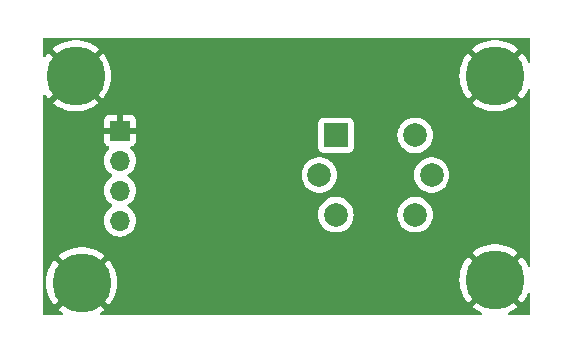
<source format=gbr>
%TF.GenerationSoftware,KiCad,Pcbnew,8.0.3*%
%TF.CreationDate,2025-01-02T17:18:04+01:00*%
%TF.ProjectId,mq7adapter,6d713761-6461-4707-9465-722e6b696361,rev?*%
%TF.SameCoordinates,Original*%
%TF.FileFunction,Copper,L2,Bot*%
%TF.FilePolarity,Positive*%
%FSLAX46Y46*%
G04 Gerber Fmt 4.6, Leading zero omitted, Abs format (unit mm)*
G04 Created by KiCad (PCBNEW 8.0.3) date 2025-01-02 17:18:04*
%MOMM*%
%LPD*%
G01*
G04 APERTURE LIST*
%TA.AperFunction,ComponentPad*%
%ADD10R,1.700000X1.700000*%
%TD*%
%TA.AperFunction,ComponentPad*%
%ADD11O,1.700000X1.700000*%
%TD*%
%TA.AperFunction,ComponentPad*%
%ADD12C,5.000000*%
%TD*%
%TA.AperFunction,ComponentPad*%
%ADD13R,2.000000X2.000000*%
%TD*%
%TA.AperFunction,ComponentPad*%
%ADD14C,2.000000*%
%TD*%
G04 APERTURE END LIST*
D10*
%TO.P,J1,1,Pin_1*%
%TO.N,GND*%
X102000000Y-63380000D03*
D11*
%TO.P,J1,2,Pin_2*%
%TO.N,+5V*%
X102000000Y-65920000D03*
%TO.P,J1,3,Pin_3*%
%TO.N,HEAT*%
X102000000Y-68460000D03*
%TO.P,J1,4,Pin_4*%
%TO.N,AOUT*%
X102000000Y-71000000D03*
%TD*%
D12*
%TO.P,H1,1,1*%
%TO.N,GND*%
X98250000Y-58750000D03*
%TD*%
%TO.P,H3,1,1*%
%TO.N,GND*%
X133750000Y-76000000D03*
%TD*%
%TO.P,H4,1,1*%
%TO.N,GND*%
X98750000Y-76250000D03*
%TD*%
D13*
%TO.P,U1,1,B1*%
%TO.N,Net-(U1-B1)*%
X120280000Y-63780000D03*
D14*
%TO.P,U1,2,VH+*%
%TO.N,+5V*%
X118890000Y-67140000D03*
%TO.P,U1,3,B2*%
%TO.N,Net-(U1-B1)*%
X120280000Y-70500000D03*
%TO.P,U1,4,A2*%
%TO.N,+5V*%
X127000000Y-70500000D03*
%TO.P,U1,5,VH-*%
%TO.N,Net-(Q1-D)*%
X128390000Y-67140000D03*
%TO.P,U1,6,A1*%
%TO.N,+5V*%
X127000000Y-63780000D03*
%TD*%
D12*
%TO.P,H2,1,1*%
%TO.N,GND*%
X133750000Y-58750000D03*
%TD*%
%TA.AperFunction,Conductor*%
%TO.N,GND*%
G36*
X136692539Y-55520185D02*
G01*
X136738294Y-55572989D01*
X136749500Y-55624500D01*
X136749500Y-57528858D01*
X136729815Y-57595897D01*
X136677011Y-57641652D01*
X136607853Y-57651596D01*
X136544297Y-57622571D01*
X136511641Y-57577972D01*
X136435444Y-57401329D01*
X136435438Y-57401316D01*
X136260710Y-57098677D01*
X136052032Y-56818374D01*
X136043850Y-56809702D01*
X134793678Y-58059873D01*
X134703446Y-57935680D01*
X134564320Y-57796554D01*
X134440125Y-57706320D01*
X135687180Y-56459265D01*
X135687179Y-56459264D01*
X135544519Y-56339557D01*
X135252538Y-56147519D01*
X134940260Y-55990685D01*
X134940254Y-55990683D01*
X134611869Y-55871161D01*
X134611866Y-55871160D01*
X134271828Y-55790570D01*
X133924723Y-55750000D01*
X133575277Y-55750000D01*
X133228172Y-55790570D01*
X133228170Y-55790570D01*
X132888133Y-55871160D01*
X132888130Y-55871161D01*
X132559745Y-55990683D01*
X132559739Y-55990685D01*
X132247461Y-56147519D01*
X131955480Y-56339557D01*
X131812819Y-56459264D01*
X131812818Y-56459265D01*
X133059874Y-57706320D01*
X132935680Y-57796554D01*
X132796554Y-57935680D01*
X132706320Y-58059873D01*
X131456148Y-56809701D01*
X131456147Y-56809702D01*
X131447976Y-56818363D01*
X131447972Y-56818368D01*
X131239289Y-57098677D01*
X131064561Y-57401316D01*
X131064555Y-57401329D01*
X130926145Y-57722199D01*
X130825916Y-58056988D01*
X130825914Y-58056997D01*
X130765236Y-58401119D01*
X130765235Y-58401130D01*
X130744916Y-58749996D01*
X130744916Y-58750003D01*
X130765235Y-59098869D01*
X130765236Y-59098880D01*
X130825914Y-59443002D01*
X130825916Y-59443011D01*
X130926145Y-59777800D01*
X131064555Y-60098670D01*
X131064561Y-60098683D01*
X131239289Y-60401322D01*
X131447967Y-60681625D01*
X131456148Y-60690296D01*
X132706319Y-59440124D01*
X132796554Y-59564320D01*
X132935680Y-59703446D01*
X133059873Y-59793678D01*
X131812818Y-61040733D01*
X131812819Y-61040734D01*
X131955484Y-61160445D01*
X132247461Y-61352480D01*
X132559739Y-61509314D01*
X132559745Y-61509316D01*
X132888130Y-61628838D01*
X132888133Y-61628839D01*
X133228171Y-61709429D01*
X133575276Y-61749999D01*
X133575277Y-61750000D01*
X133924723Y-61750000D01*
X133924723Y-61749999D01*
X134271827Y-61709429D01*
X134271829Y-61709429D01*
X134611866Y-61628839D01*
X134611869Y-61628838D01*
X134940254Y-61509316D01*
X134940260Y-61509314D01*
X135252538Y-61352480D01*
X135544509Y-61160449D01*
X135544510Y-61160448D01*
X135687179Y-61040734D01*
X135687180Y-61040733D01*
X134440126Y-59793678D01*
X134564320Y-59703446D01*
X134703446Y-59564320D01*
X134793679Y-59440126D01*
X136043850Y-60690297D01*
X136043851Y-60690296D01*
X136052022Y-60681636D01*
X136052033Y-60681623D01*
X136260710Y-60401322D01*
X136435438Y-60098683D01*
X136435444Y-60098670D01*
X136511641Y-59922027D01*
X136556269Y-59868267D01*
X136622877Y-59847169D01*
X136690318Y-59865431D01*
X136737179Y-59917255D01*
X136749500Y-59971141D01*
X136749500Y-74778858D01*
X136729815Y-74845897D01*
X136677011Y-74891652D01*
X136607853Y-74901596D01*
X136544297Y-74872571D01*
X136511641Y-74827972D01*
X136435444Y-74651329D01*
X136435438Y-74651316D01*
X136260710Y-74348677D01*
X136052032Y-74068374D01*
X136043850Y-74059702D01*
X134793678Y-75309873D01*
X134703446Y-75185680D01*
X134564320Y-75046554D01*
X134440125Y-74956320D01*
X135687180Y-73709265D01*
X135687179Y-73709264D01*
X135544519Y-73589557D01*
X135252538Y-73397519D01*
X134940260Y-73240685D01*
X134940254Y-73240683D01*
X134611869Y-73121161D01*
X134611866Y-73121160D01*
X134271828Y-73040570D01*
X133924723Y-73000000D01*
X133575277Y-73000000D01*
X133228172Y-73040570D01*
X133228170Y-73040570D01*
X132888133Y-73121160D01*
X132888130Y-73121161D01*
X132559745Y-73240683D01*
X132559739Y-73240685D01*
X132247461Y-73397519D01*
X131955480Y-73589557D01*
X131812819Y-73709264D01*
X131812818Y-73709265D01*
X133059874Y-74956320D01*
X132935680Y-75046554D01*
X132796554Y-75185680D01*
X132706320Y-75309873D01*
X131456148Y-74059701D01*
X131456147Y-74059702D01*
X131447976Y-74068363D01*
X131447972Y-74068368D01*
X131239289Y-74348677D01*
X131064561Y-74651316D01*
X131064555Y-74651329D01*
X130926145Y-74972199D01*
X130825916Y-75306988D01*
X130825914Y-75306997D01*
X130765236Y-75651119D01*
X130765235Y-75651130D01*
X130744916Y-75999996D01*
X130744916Y-76000003D01*
X130765235Y-76348869D01*
X130765236Y-76348880D01*
X130825914Y-76693002D01*
X130825916Y-76693011D01*
X130926145Y-77027800D01*
X131064555Y-77348670D01*
X131064561Y-77348683D01*
X131239289Y-77651322D01*
X131447967Y-77931625D01*
X131456148Y-77940296D01*
X132706319Y-76690124D01*
X132796554Y-76814320D01*
X132935680Y-76953446D01*
X133059873Y-77043678D01*
X131812818Y-78290733D01*
X131812819Y-78290734D01*
X131955484Y-78410445D01*
X132247461Y-78602480D01*
X132559739Y-78759314D01*
X132563057Y-78760745D01*
X132562612Y-78761774D01*
X132615079Y-78800404D01*
X132640015Y-78865673D01*
X132625705Y-78934062D01*
X132576694Y-78983857D01*
X132516405Y-78999500D01*
X100443197Y-78999500D01*
X100376158Y-78979815D01*
X100330403Y-78927011D01*
X100320459Y-78857853D01*
X100349484Y-78794297D01*
X100375058Y-78771899D01*
X100544509Y-78660449D01*
X100544510Y-78660448D01*
X100687179Y-78540734D01*
X100687180Y-78540733D01*
X99440126Y-77293678D01*
X99564320Y-77203446D01*
X99703446Y-77064320D01*
X99793678Y-76940126D01*
X101043849Y-78190297D01*
X101043851Y-78190296D01*
X101052022Y-78181636D01*
X101052033Y-78181623D01*
X101260710Y-77901322D01*
X101435438Y-77598683D01*
X101435444Y-77598670D01*
X101573854Y-77277800D01*
X101674083Y-76943011D01*
X101674085Y-76943002D01*
X101734763Y-76598880D01*
X101734764Y-76598869D01*
X101755084Y-76250003D01*
X101755084Y-76249996D01*
X101734764Y-75901130D01*
X101734763Y-75901119D01*
X101674085Y-75556997D01*
X101674083Y-75556988D01*
X101573854Y-75222199D01*
X101435444Y-74901329D01*
X101435438Y-74901316D01*
X101260710Y-74598677D01*
X101052032Y-74318374D01*
X101043850Y-74309702D01*
X99793678Y-75559873D01*
X99703446Y-75435680D01*
X99564320Y-75296554D01*
X99440125Y-75206320D01*
X100687180Y-73959265D01*
X100687179Y-73959264D01*
X100544519Y-73839557D01*
X100252538Y-73647519D01*
X99940260Y-73490685D01*
X99940254Y-73490683D01*
X99611869Y-73371161D01*
X99611866Y-73371160D01*
X99271828Y-73290570D01*
X98924723Y-73250000D01*
X98575277Y-73250000D01*
X98228172Y-73290570D01*
X98228170Y-73290570D01*
X97888133Y-73371160D01*
X97888130Y-73371161D01*
X97559745Y-73490683D01*
X97559739Y-73490685D01*
X97247461Y-73647519D01*
X96955480Y-73839557D01*
X96812819Y-73959264D01*
X96812818Y-73959265D01*
X98059874Y-75206320D01*
X97935680Y-75296554D01*
X97796554Y-75435680D01*
X97706320Y-75559873D01*
X96456148Y-74309701D01*
X96456147Y-74309702D01*
X96447976Y-74318363D01*
X96447972Y-74318368D01*
X96239289Y-74598677D01*
X96064561Y-74901316D01*
X96064555Y-74901329D01*
X95926145Y-75222199D01*
X95825916Y-75556988D01*
X95825914Y-75556997D01*
X95765236Y-75901119D01*
X95765235Y-75901130D01*
X95748290Y-76192067D01*
X95726303Y-76253483D01*
X95743477Y-76280207D01*
X95748290Y-76307932D01*
X95765235Y-76598869D01*
X95765236Y-76598880D01*
X95825914Y-76943002D01*
X95825916Y-76943011D01*
X95926145Y-77277800D01*
X96064555Y-77598670D01*
X96064561Y-77598683D01*
X96239289Y-77901322D01*
X96447967Y-78181625D01*
X96456148Y-78190296D01*
X97706319Y-76940124D01*
X97796554Y-77064320D01*
X97935680Y-77203446D01*
X98059873Y-77293678D01*
X96812818Y-78540733D01*
X96812819Y-78540734D01*
X96955484Y-78660445D01*
X97124942Y-78771899D01*
X97170136Y-78825184D01*
X97179347Y-78894444D01*
X97149652Y-78957689D01*
X97090478Y-78994840D01*
X97056803Y-78999500D01*
X95624500Y-78999500D01*
X95557461Y-78979815D01*
X95511706Y-78927011D01*
X95500500Y-78875500D01*
X95500500Y-76315142D01*
X95520185Y-76248103D01*
X95522460Y-76246130D01*
X95503693Y-76212815D01*
X95500500Y-76184857D01*
X95500500Y-65919999D01*
X100644341Y-65919999D01*
X100644341Y-65920000D01*
X100664936Y-66155403D01*
X100664938Y-66155413D01*
X100726094Y-66383655D01*
X100726096Y-66383659D01*
X100726097Y-66383663D01*
X100825965Y-66597830D01*
X100825967Y-66597834D01*
X100961501Y-66791395D01*
X100961506Y-66791402D01*
X101128597Y-66958493D01*
X101128603Y-66958498D01*
X101314158Y-67088425D01*
X101357783Y-67143002D01*
X101364977Y-67212500D01*
X101333454Y-67274855D01*
X101314158Y-67291575D01*
X101128597Y-67421505D01*
X100961505Y-67588597D01*
X100825965Y-67782169D01*
X100825964Y-67782171D01*
X100726098Y-67996335D01*
X100726094Y-67996344D01*
X100664938Y-68224586D01*
X100664936Y-68224596D01*
X100644341Y-68459999D01*
X100644341Y-68460000D01*
X100664936Y-68695403D01*
X100664938Y-68695413D01*
X100726094Y-68923655D01*
X100726096Y-68923659D01*
X100726097Y-68923663D01*
X100780546Y-69040429D01*
X100825965Y-69137830D01*
X100825967Y-69137834D01*
X100961501Y-69331395D01*
X100961506Y-69331402D01*
X101128597Y-69498493D01*
X101128603Y-69498498D01*
X101314158Y-69628425D01*
X101357783Y-69683002D01*
X101364977Y-69752500D01*
X101333454Y-69814855D01*
X101314158Y-69831575D01*
X101128597Y-69961505D01*
X100961505Y-70128597D01*
X100825965Y-70322169D01*
X100825964Y-70322171D01*
X100726098Y-70536335D01*
X100726094Y-70536344D01*
X100664938Y-70764586D01*
X100664936Y-70764596D01*
X100644341Y-70999999D01*
X100644341Y-71000000D01*
X100664936Y-71235403D01*
X100664938Y-71235413D01*
X100726094Y-71463655D01*
X100726096Y-71463659D01*
X100726097Y-71463663D01*
X100825965Y-71677830D01*
X100825967Y-71677834D01*
X100934281Y-71832521D01*
X100961505Y-71871401D01*
X101128599Y-72038495D01*
X101225384Y-72106265D01*
X101322165Y-72174032D01*
X101322167Y-72174033D01*
X101322170Y-72174035D01*
X101536337Y-72273903D01*
X101764592Y-72335063D01*
X101952918Y-72351539D01*
X101999999Y-72355659D01*
X102000000Y-72355659D01*
X102000001Y-72355659D01*
X102039234Y-72352226D01*
X102235408Y-72335063D01*
X102463663Y-72273903D01*
X102677830Y-72174035D01*
X102871401Y-72038495D01*
X103038495Y-71871401D01*
X103174035Y-71677830D01*
X103273903Y-71463663D01*
X103335063Y-71235408D01*
X103355659Y-71000000D01*
X103335063Y-70764592D01*
X103273903Y-70536337D01*
X103256956Y-70499994D01*
X118774357Y-70499994D01*
X118774357Y-70500005D01*
X118794890Y-70747812D01*
X118794892Y-70747824D01*
X118855936Y-70988881D01*
X118955826Y-71216606D01*
X119091833Y-71424782D01*
X119091836Y-71424785D01*
X119260256Y-71607738D01*
X119456491Y-71760474D01*
X119675190Y-71878828D01*
X119910386Y-71959571D01*
X120155665Y-72000500D01*
X120404335Y-72000500D01*
X120649614Y-71959571D01*
X120884810Y-71878828D01*
X121103509Y-71760474D01*
X121299744Y-71607738D01*
X121468164Y-71424785D01*
X121604173Y-71216607D01*
X121704063Y-70988881D01*
X121765108Y-70747821D01*
X121765109Y-70747812D01*
X121785643Y-70500005D01*
X121785643Y-70499994D01*
X125494357Y-70499994D01*
X125494357Y-70500005D01*
X125514890Y-70747812D01*
X125514892Y-70747824D01*
X125575936Y-70988881D01*
X125675826Y-71216606D01*
X125811833Y-71424782D01*
X125811836Y-71424785D01*
X125980256Y-71607738D01*
X126176491Y-71760474D01*
X126395190Y-71878828D01*
X126630386Y-71959571D01*
X126875665Y-72000500D01*
X127124335Y-72000500D01*
X127369614Y-71959571D01*
X127604810Y-71878828D01*
X127823509Y-71760474D01*
X128019744Y-71607738D01*
X128188164Y-71424785D01*
X128324173Y-71216607D01*
X128424063Y-70988881D01*
X128485108Y-70747821D01*
X128485109Y-70747812D01*
X128505643Y-70500005D01*
X128505643Y-70499994D01*
X128485109Y-70252187D01*
X128485107Y-70252175D01*
X128424063Y-70011118D01*
X128324173Y-69783393D01*
X128188166Y-69575217D01*
X128117536Y-69498493D01*
X128019744Y-69392262D01*
X127823509Y-69239526D01*
X127823507Y-69239525D01*
X127823506Y-69239524D01*
X127604811Y-69121172D01*
X127604802Y-69121169D01*
X127369616Y-69040429D01*
X127124335Y-68999500D01*
X126875665Y-68999500D01*
X126630383Y-69040429D01*
X126395197Y-69121169D01*
X126395188Y-69121172D01*
X126176493Y-69239524D01*
X125980257Y-69392261D01*
X125811833Y-69575217D01*
X125675826Y-69783393D01*
X125575936Y-70011118D01*
X125514892Y-70252175D01*
X125514890Y-70252187D01*
X125494357Y-70499994D01*
X121785643Y-70499994D01*
X121765109Y-70252187D01*
X121765107Y-70252175D01*
X121704063Y-70011118D01*
X121604173Y-69783393D01*
X121468166Y-69575217D01*
X121397536Y-69498493D01*
X121299744Y-69392262D01*
X121103509Y-69239526D01*
X121103507Y-69239525D01*
X121103506Y-69239524D01*
X120884811Y-69121172D01*
X120884802Y-69121169D01*
X120649616Y-69040429D01*
X120404335Y-68999500D01*
X120155665Y-68999500D01*
X119910383Y-69040429D01*
X119675197Y-69121169D01*
X119675188Y-69121172D01*
X119456493Y-69239524D01*
X119260257Y-69392261D01*
X119091833Y-69575217D01*
X118955826Y-69783393D01*
X118855936Y-70011118D01*
X118794892Y-70252175D01*
X118794890Y-70252187D01*
X118774357Y-70499994D01*
X103256956Y-70499994D01*
X103174035Y-70322171D01*
X103125027Y-70252179D01*
X103038494Y-70128597D01*
X102871402Y-69961506D01*
X102871396Y-69961501D01*
X102685842Y-69831575D01*
X102642217Y-69776998D01*
X102635023Y-69707500D01*
X102666546Y-69645145D01*
X102685842Y-69628425D01*
X102708026Y-69612891D01*
X102871401Y-69498495D01*
X103038495Y-69331401D01*
X103174035Y-69137830D01*
X103273903Y-68923663D01*
X103335063Y-68695408D01*
X103355659Y-68460000D01*
X103335063Y-68224592D01*
X103273903Y-67996337D01*
X103174035Y-67782171D01*
X103038495Y-67588599D01*
X103038494Y-67588597D01*
X102871402Y-67421506D01*
X102871396Y-67421501D01*
X102685842Y-67291575D01*
X102642217Y-67236998D01*
X102635023Y-67167500D01*
X102648928Y-67139994D01*
X117384357Y-67139994D01*
X117384357Y-67140005D01*
X117404890Y-67387812D01*
X117404892Y-67387824D01*
X117465936Y-67628881D01*
X117565826Y-67856606D01*
X117701833Y-68064782D01*
X117701836Y-68064785D01*
X117870256Y-68247738D01*
X118066491Y-68400474D01*
X118285190Y-68518828D01*
X118520386Y-68599571D01*
X118765665Y-68640500D01*
X119014335Y-68640500D01*
X119259614Y-68599571D01*
X119494810Y-68518828D01*
X119713509Y-68400474D01*
X119909744Y-68247738D01*
X120078164Y-68064785D01*
X120214173Y-67856607D01*
X120314063Y-67628881D01*
X120375108Y-67387821D01*
X120387606Y-67236998D01*
X120395643Y-67140005D01*
X120395643Y-67139994D01*
X126884357Y-67139994D01*
X126884357Y-67140005D01*
X126904890Y-67387812D01*
X126904892Y-67387824D01*
X126965936Y-67628881D01*
X127065826Y-67856606D01*
X127201833Y-68064782D01*
X127201836Y-68064785D01*
X127370256Y-68247738D01*
X127566491Y-68400474D01*
X127785190Y-68518828D01*
X128020386Y-68599571D01*
X128265665Y-68640500D01*
X128514335Y-68640500D01*
X128759614Y-68599571D01*
X128994810Y-68518828D01*
X129213509Y-68400474D01*
X129409744Y-68247738D01*
X129578164Y-68064785D01*
X129714173Y-67856607D01*
X129814063Y-67628881D01*
X129875108Y-67387821D01*
X129887606Y-67236998D01*
X129895643Y-67140005D01*
X129895643Y-67139994D01*
X129875109Y-66892187D01*
X129875107Y-66892175D01*
X129814063Y-66651118D01*
X129714173Y-66423393D01*
X129578166Y-66215217D01*
X129523103Y-66155403D01*
X129409744Y-66032262D01*
X129213509Y-65879526D01*
X129213507Y-65879525D01*
X129213506Y-65879524D01*
X128994811Y-65761172D01*
X128994802Y-65761169D01*
X128759616Y-65680429D01*
X128514335Y-65639500D01*
X128265665Y-65639500D01*
X128020383Y-65680429D01*
X127785197Y-65761169D01*
X127785188Y-65761172D01*
X127566493Y-65879524D01*
X127370257Y-66032261D01*
X127201833Y-66215217D01*
X127065826Y-66423393D01*
X126965936Y-66651118D01*
X126904892Y-66892175D01*
X126904890Y-66892187D01*
X126884357Y-67139994D01*
X120395643Y-67139994D01*
X120375109Y-66892187D01*
X120375107Y-66892175D01*
X120314063Y-66651118D01*
X120214173Y-66423393D01*
X120078166Y-66215217D01*
X120023103Y-66155403D01*
X119909744Y-66032262D01*
X119713509Y-65879526D01*
X119713507Y-65879525D01*
X119713506Y-65879524D01*
X119494811Y-65761172D01*
X119494802Y-65761169D01*
X119259616Y-65680429D01*
X119014335Y-65639500D01*
X118765665Y-65639500D01*
X118520383Y-65680429D01*
X118285197Y-65761169D01*
X118285188Y-65761172D01*
X118066493Y-65879524D01*
X117870257Y-66032261D01*
X117701833Y-66215217D01*
X117565826Y-66423393D01*
X117465936Y-66651118D01*
X117404892Y-66892175D01*
X117404890Y-66892187D01*
X117384357Y-67139994D01*
X102648928Y-67139994D01*
X102666546Y-67105145D01*
X102685842Y-67088425D01*
X102708026Y-67072891D01*
X102871401Y-66958495D01*
X103038495Y-66791401D01*
X103174035Y-66597830D01*
X103273903Y-66383663D01*
X103335063Y-66155408D01*
X103355659Y-65920000D01*
X103335063Y-65684592D01*
X103273903Y-65456337D01*
X103174035Y-65242171D01*
X103172214Y-65239571D01*
X103038496Y-65048600D01*
X103012224Y-65022328D01*
X102916179Y-64926283D01*
X102882696Y-64864963D01*
X102887680Y-64795271D01*
X102929551Y-64739337D01*
X102960529Y-64722422D01*
X103092086Y-64673354D01*
X103092093Y-64673350D01*
X103207187Y-64587190D01*
X103207190Y-64587187D01*
X103293350Y-64472093D01*
X103293354Y-64472086D01*
X103343596Y-64337379D01*
X103343598Y-64337372D01*
X103349999Y-64277844D01*
X103350000Y-64277827D01*
X103350000Y-63630000D01*
X102433012Y-63630000D01*
X102465925Y-63572993D01*
X102500000Y-63445826D01*
X102500000Y-63314174D01*
X102465925Y-63187007D01*
X102433012Y-63130000D01*
X103350000Y-63130000D01*
X103350000Y-62732135D01*
X118779500Y-62732135D01*
X118779500Y-64827870D01*
X118779501Y-64827876D01*
X118785908Y-64887483D01*
X118836202Y-65022328D01*
X118836206Y-65022335D01*
X118922452Y-65137544D01*
X118922455Y-65137547D01*
X119037664Y-65223793D01*
X119037671Y-65223797D01*
X119172517Y-65274091D01*
X119172516Y-65274091D01*
X119179444Y-65274835D01*
X119232127Y-65280500D01*
X121327872Y-65280499D01*
X121387483Y-65274091D01*
X121522331Y-65223796D01*
X121637546Y-65137546D01*
X121723796Y-65022331D01*
X121774091Y-64887483D01*
X121780500Y-64827873D01*
X121780499Y-63779994D01*
X125494357Y-63779994D01*
X125494357Y-63780005D01*
X125514890Y-64027812D01*
X125514892Y-64027824D01*
X125575936Y-64268881D01*
X125675826Y-64496606D01*
X125811833Y-64704782D01*
X125811836Y-64704785D01*
X125980256Y-64887738D01*
X126176491Y-65040474D01*
X126395190Y-65158828D01*
X126630386Y-65239571D01*
X126875665Y-65280500D01*
X127124335Y-65280500D01*
X127369614Y-65239571D01*
X127604810Y-65158828D01*
X127823509Y-65040474D01*
X128019744Y-64887738D01*
X128188164Y-64704785D01*
X128324173Y-64496607D01*
X128424063Y-64268881D01*
X128485108Y-64027821D01*
X128497357Y-63880000D01*
X128505643Y-63780005D01*
X128505643Y-63779994D01*
X128485109Y-63532187D01*
X128485107Y-63532175D01*
X128424063Y-63291118D01*
X128324173Y-63063393D01*
X128188166Y-62855217D01*
X128166557Y-62831744D01*
X128019744Y-62672262D01*
X127823509Y-62519526D01*
X127823507Y-62519525D01*
X127823506Y-62519524D01*
X127604811Y-62401172D01*
X127604802Y-62401169D01*
X127369616Y-62320429D01*
X127124335Y-62279500D01*
X126875665Y-62279500D01*
X126630383Y-62320429D01*
X126395197Y-62401169D01*
X126395188Y-62401172D01*
X126176493Y-62519524D01*
X125980257Y-62672261D01*
X125811833Y-62855217D01*
X125675826Y-63063393D01*
X125575936Y-63291118D01*
X125514892Y-63532175D01*
X125514890Y-63532187D01*
X125494357Y-63779994D01*
X121780499Y-63779994D01*
X121780499Y-62732128D01*
X121774091Y-62672517D01*
X121723796Y-62537669D01*
X121723795Y-62537668D01*
X121723793Y-62537664D01*
X121637547Y-62422455D01*
X121637544Y-62422452D01*
X121522335Y-62336206D01*
X121522328Y-62336202D01*
X121387482Y-62285908D01*
X121387483Y-62285908D01*
X121327883Y-62279501D01*
X121327881Y-62279500D01*
X121327873Y-62279500D01*
X121327864Y-62279500D01*
X119232129Y-62279500D01*
X119232123Y-62279501D01*
X119172516Y-62285908D01*
X119037671Y-62336202D01*
X119037664Y-62336206D01*
X118922455Y-62422452D01*
X118922452Y-62422455D01*
X118836206Y-62537664D01*
X118836202Y-62537671D01*
X118785908Y-62672517D01*
X118779501Y-62732116D01*
X118779501Y-62732123D01*
X118779500Y-62732135D01*
X103350000Y-62732135D01*
X103350000Y-62482172D01*
X103349999Y-62482155D01*
X103343598Y-62422627D01*
X103343596Y-62422620D01*
X103293354Y-62287913D01*
X103293350Y-62287906D01*
X103207190Y-62172812D01*
X103207187Y-62172809D01*
X103092093Y-62086649D01*
X103092086Y-62086645D01*
X102957379Y-62036403D01*
X102957372Y-62036401D01*
X102897844Y-62030000D01*
X102250000Y-62030000D01*
X102250000Y-62946988D01*
X102192993Y-62914075D01*
X102065826Y-62880000D01*
X101934174Y-62880000D01*
X101807007Y-62914075D01*
X101750000Y-62946988D01*
X101750000Y-62030000D01*
X101102155Y-62030000D01*
X101042627Y-62036401D01*
X101042620Y-62036403D01*
X100907913Y-62086645D01*
X100907906Y-62086649D01*
X100792812Y-62172809D01*
X100792809Y-62172812D01*
X100706649Y-62287906D01*
X100706645Y-62287913D01*
X100656403Y-62422620D01*
X100656401Y-62422627D01*
X100650000Y-62482155D01*
X100650000Y-63130000D01*
X101566988Y-63130000D01*
X101534075Y-63187007D01*
X101500000Y-63314174D01*
X101500000Y-63445826D01*
X101534075Y-63572993D01*
X101566988Y-63630000D01*
X100650000Y-63630000D01*
X100650000Y-64277844D01*
X100656401Y-64337372D01*
X100656403Y-64337379D01*
X100706645Y-64472086D01*
X100706649Y-64472093D01*
X100792809Y-64587187D01*
X100792812Y-64587190D01*
X100907906Y-64673350D01*
X100907913Y-64673354D01*
X101039470Y-64722421D01*
X101095403Y-64764292D01*
X101119821Y-64829756D01*
X101104970Y-64898029D01*
X101083819Y-64926284D01*
X100961503Y-65048600D01*
X100825965Y-65242169D01*
X100825964Y-65242171D01*
X100726098Y-65456335D01*
X100726094Y-65456344D01*
X100664938Y-65684586D01*
X100664936Y-65684596D01*
X100644341Y-65919999D01*
X95500500Y-65919999D01*
X95500500Y-60450500D01*
X95520185Y-60383461D01*
X95572989Y-60337706D01*
X95642147Y-60327762D01*
X95705703Y-60356787D01*
X95731888Y-60388502D01*
X95739289Y-60401322D01*
X95947967Y-60681625D01*
X95956148Y-60690296D01*
X97206320Y-59440125D01*
X97296554Y-59564320D01*
X97435680Y-59703446D01*
X97559873Y-59793678D01*
X96312818Y-61040733D01*
X96312819Y-61040734D01*
X96455484Y-61160445D01*
X96747461Y-61352480D01*
X97059739Y-61509314D01*
X97059745Y-61509316D01*
X97388130Y-61628838D01*
X97388133Y-61628839D01*
X97728171Y-61709429D01*
X98075276Y-61749999D01*
X98075277Y-61750000D01*
X98424723Y-61750000D01*
X98424723Y-61749999D01*
X98771827Y-61709429D01*
X98771829Y-61709429D01*
X99111866Y-61628839D01*
X99111869Y-61628838D01*
X99440254Y-61509316D01*
X99440260Y-61509314D01*
X99752538Y-61352480D01*
X100044509Y-61160449D01*
X100044510Y-61160448D01*
X100187179Y-61040734D01*
X100187180Y-61040733D01*
X98940126Y-59793678D01*
X99064320Y-59703446D01*
X99203446Y-59564320D01*
X99293679Y-59440126D01*
X100543850Y-60690297D01*
X100543851Y-60690296D01*
X100552022Y-60681636D01*
X100552033Y-60681623D01*
X100760710Y-60401322D01*
X100935438Y-60098683D01*
X100935444Y-60098670D01*
X101073854Y-59777800D01*
X101174083Y-59443011D01*
X101174085Y-59443002D01*
X101234763Y-59098880D01*
X101234764Y-59098869D01*
X101255084Y-58750003D01*
X101255084Y-58749996D01*
X101234764Y-58401130D01*
X101234763Y-58401119D01*
X101174085Y-58056997D01*
X101174083Y-58056988D01*
X101073854Y-57722199D01*
X100935444Y-57401329D01*
X100935438Y-57401316D01*
X100760710Y-57098677D01*
X100552032Y-56818374D01*
X100543850Y-56809702D01*
X99293678Y-58059873D01*
X99203446Y-57935680D01*
X99064320Y-57796554D01*
X98940125Y-57706320D01*
X100187180Y-56459265D01*
X100187179Y-56459264D01*
X100044519Y-56339557D01*
X99752538Y-56147519D01*
X99440260Y-55990685D01*
X99440254Y-55990683D01*
X99111869Y-55871161D01*
X99111866Y-55871160D01*
X98771828Y-55790570D01*
X98424723Y-55750000D01*
X98075277Y-55750000D01*
X97728172Y-55790570D01*
X97728170Y-55790570D01*
X97388133Y-55871160D01*
X97388130Y-55871161D01*
X97059745Y-55990683D01*
X97059739Y-55990685D01*
X96747461Y-56147519D01*
X96455480Y-56339557D01*
X96312819Y-56459264D01*
X96312818Y-56459265D01*
X97559874Y-57706320D01*
X97435680Y-57796554D01*
X97296554Y-57935680D01*
X97206320Y-58059873D01*
X95956148Y-56809701D01*
X95956147Y-56809702D01*
X95947976Y-56818363D01*
X95947972Y-56818368D01*
X95739292Y-57098674D01*
X95731887Y-57111500D01*
X95681319Y-57159715D01*
X95612712Y-57172937D01*
X95547848Y-57146969D01*
X95507320Y-57090055D01*
X95500500Y-57049499D01*
X95500500Y-55624500D01*
X95520185Y-55557461D01*
X95572989Y-55511706D01*
X95624500Y-55500500D01*
X136625500Y-55500500D01*
X136692539Y-55520185D01*
G37*
%TD.AperFunction*%
%TA.AperFunction,Conductor*%
G36*
X136043850Y-77940297D02*
G01*
X136043851Y-77940296D01*
X136052022Y-77931636D01*
X136052033Y-77931623D01*
X136260710Y-77651322D01*
X136435438Y-77348683D01*
X136435444Y-77348670D01*
X136511641Y-77172027D01*
X136556269Y-77118267D01*
X136622877Y-77097169D01*
X136690318Y-77115431D01*
X136737179Y-77167255D01*
X136749500Y-77221141D01*
X136749500Y-78875500D01*
X136729815Y-78942539D01*
X136677011Y-78988294D01*
X136625500Y-78999500D01*
X134983595Y-78999500D01*
X134916556Y-78979815D01*
X134870801Y-78927011D01*
X134860857Y-78857853D01*
X134889882Y-78794297D01*
X134937326Y-78761634D01*
X134936943Y-78760745D01*
X134940260Y-78759314D01*
X135252538Y-78602480D01*
X135544509Y-78410449D01*
X135544510Y-78410448D01*
X135687179Y-78290734D01*
X135687180Y-78290733D01*
X134440126Y-77043678D01*
X134564320Y-76953446D01*
X134703446Y-76814320D01*
X134793679Y-76690126D01*
X136043850Y-77940297D01*
G37*
%TD.AperFunction*%
%TD*%
M02*

</source>
